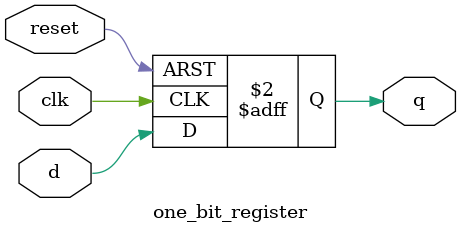
<source format=v>
module one_bit_register (
    input clk,
    input reset,
    input d,
    output reg q
);
    always @(posedge clk or posedge reset) begin
        if (reset) begin
            q <= 1'b0;
        end else begin
            q <= d;
        end
    end
endmodule
</source>
